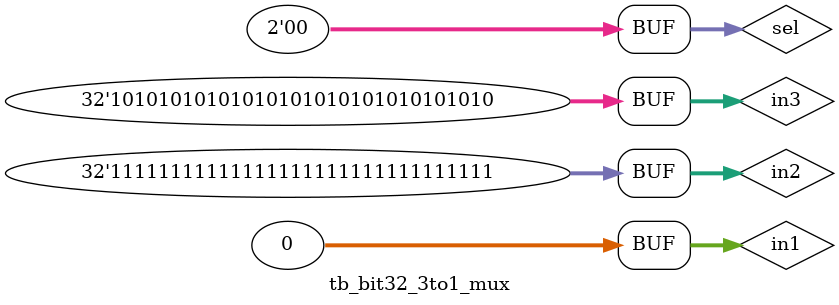
<source format=v>
module tb_bit32_3to1_mux;
    reg[31:0] in1,in2,in3;
    wire[31:0] out;
    reg[1:0] sel;
    bit32_3to1_mux mux2(out,sel,in1,in2,in3);
    initial
    begin
        in1 = 32'b00000000000000000000000000000000;
        in2 = 32'b11111111111111111111111111111111;
        in3 = 32'b10101010101010101010101010101010;
        sel = 2'b11;
        #100
        sel = 2'b00;
        #100
        sel = 2'b01;
        #100
        sel = 2'b00;
    end
endmodule
</source>
